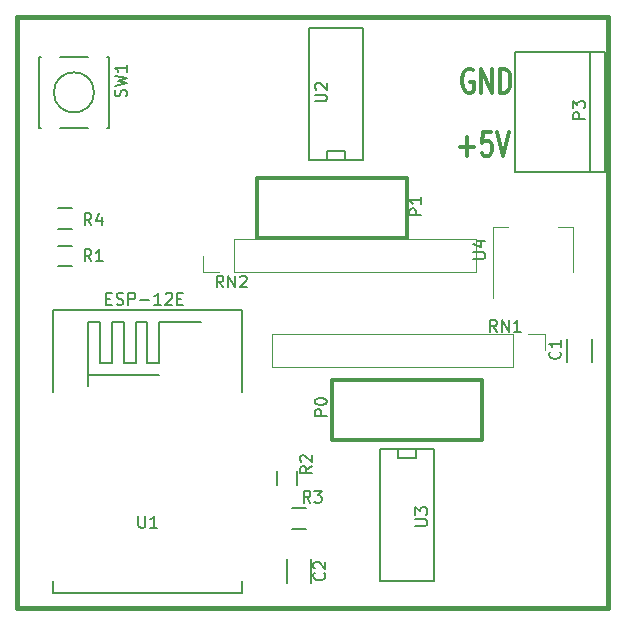
<source format=gto>
G04 #@! TF.GenerationSoftware,KiCad,Pcbnew,5.0.0-fee4fd1~66~ubuntu16.04.1*
G04 #@! TF.CreationDate,2018-09-27T11:54:36+02:00*
G04 #@! TF.ProjectId,IN16_optoToESP8266,494E31365F6F70746F546F4553503832,rev?*
G04 #@! TF.SameCoordinates,Original*
G04 #@! TF.FileFunction,Legend,Top*
G04 #@! TF.FilePolarity,Positive*
%FSLAX46Y46*%
G04 Gerber Fmt 4.6, Leading zero omitted, Abs format (unit mm)*
G04 Created by KiCad (PCBNEW 5.0.0-fee4fd1~66~ubuntu16.04.1) date Thu Sep 27 11:54:36 2018*
%MOMM*%
%LPD*%
G01*
G04 APERTURE LIST*
%ADD10C,0.381000*%
%ADD11C,0.304800*%
%ADD12C,0.150000*%
%ADD13C,0.120000*%
%ADD14C,0.203200*%
G04 APERTURE END LIST*
D10*
X134000000Y-98000000D02*
X184000000Y-98000000D01*
D11*
X172574857Y-52451000D02*
X172429714Y-52354238D01*
X172212000Y-52354238D01*
X171994285Y-52451000D01*
X171849142Y-52644523D01*
X171776571Y-52838047D01*
X171704000Y-53225095D01*
X171704000Y-53515380D01*
X171776571Y-53902428D01*
X171849142Y-54095952D01*
X171994285Y-54289476D01*
X172212000Y-54386238D01*
X172357142Y-54386238D01*
X172574857Y-54289476D01*
X172647428Y-54192714D01*
X172647428Y-53515380D01*
X172357142Y-53515380D01*
X173300571Y-54386238D02*
X173300571Y-52354238D01*
X174171428Y-54386238D01*
X174171428Y-52354238D01*
X174897142Y-54386238D02*
X174897142Y-52354238D01*
X175260000Y-52354238D01*
X175477714Y-52451000D01*
X175622857Y-52644523D01*
X175695428Y-52838047D01*
X175768000Y-53225095D01*
X175768000Y-53515380D01*
X175695428Y-53902428D01*
X175622857Y-54095952D01*
X175477714Y-54289476D01*
X175260000Y-54386238D01*
X174897142Y-54386238D01*
X171522571Y-58946142D02*
X172683714Y-58946142D01*
X172103142Y-59720238D02*
X172103142Y-58172047D01*
X174135142Y-57688238D02*
X173409428Y-57688238D01*
X173336857Y-58655857D01*
X173409428Y-58559095D01*
X173554571Y-58462333D01*
X173917428Y-58462333D01*
X174062571Y-58559095D01*
X174135142Y-58655857D01*
X174207714Y-58849380D01*
X174207714Y-59333190D01*
X174135142Y-59526714D01*
X174062571Y-59623476D01*
X173917428Y-59720238D01*
X173554571Y-59720238D01*
X173409428Y-59623476D01*
X173336857Y-59526714D01*
X174643142Y-57688238D02*
X175151142Y-59720238D01*
X175659142Y-57688238D01*
D10*
X134000000Y-48000000D02*
X134000000Y-98000000D01*
X184000000Y-48000000D02*
X134000000Y-48000000D01*
X184000000Y-98000000D02*
X184000000Y-48000000D01*
D11*
G04 #@! TO.C,P1*
X154305000Y-61595000D02*
X167005000Y-61595000D01*
X167005000Y-61595000D02*
X167005000Y-66675000D01*
X167005000Y-66675000D02*
X154305000Y-66675000D01*
X154305000Y-66675000D02*
X154305000Y-61595000D01*
G04 #@! TO.C,P0*
X173355000Y-83820000D02*
X160655000Y-83820000D01*
X160655000Y-83820000D02*
X160655000Y-78740000D01*
X160655000Y-78740000D02*
X173355000Y-78740000D01*
X173355000Y-78740000D02*
X173355000Y-83820000D01*
D12*
G04 #@! TO.C,P3*
X182540000Y-50920000D02*
X182540000Y-61080000D01*
X183810000Y-50920000D02*
X176190000Y-50920000D01*
X176190000Y-50920000D02*
X176190000Y-61080000D01*
X176190000Y-61080000D02*
X183810000Y-61080000D01*
X183810000Y-61080000D02*
X183810000Y-50920000D01*
D13*
G04 #@! TO.C,U4*
X181083000Y-65781000D02*
X179823000Y-65781000D01*
X174263000Y-65781000D02*
X175523000Y-65781000D01*
X181083000Y-69541000D02*
X181083000Y-65781000D01*
X174263000Y-71791000D02*
X174263000Y-65781000D01*
D12*
G04 #@! TO.C,C1*
X182685000Y-75200000D02*
X182685000Y-77200000D01*
X180535000Y-77200000D02*
X180535000Y-75200000D01*
G04 #@! TO.C,U2*
X160274000Y-60071000D02*
X160274000Y-59309000D01*
X160274000Y-59309000D02*
X161798000Y-59309000D01*
X161798000Y-59309000D02*
X161798000Y-60071000D01*
X158750000Y-48895000D02*
X163322000Y-48895000D01*
X163322000Y-48895000D02*
X163322000Y-60071000D01*
X163322000Y-60071000D02*
X158750000Y-60071000D01*
X158750000Y-60071000D02*
X158750000Y-48895000D01*
G04 #@! TO.C,U3*
X167767000Y-84582000D02*
X167767000Y-85344000D01*
X167767000Y-85344000D02*
X166243000Y-85344000D01*
X166243000Y-85344000D02*
X166243000Y-84582000D01*
X169291000Y-95758000D02*
X164719000Y-95758000D01*
X164719000Y-95758000D02*
X164719000Y-84582000D01*
X164719000Y-84582000D02*
X169291000Y-84582000D01*
X169291000Y-84582000D02*
X169291000Y-95758000D01*
D13*
G04 #@! TO.C,RN1*
X176022000Y-74810000D02*
X155582000Y-74810000D01*
X155582000Y-74810000D02*
X155582000Y-77590000D01*
X155582000Y-77590000D02*
X176022000Y-77590000D01*
X176022000Y-77590000D02*
X176022000Y-74810000D01*
X177292000Y-74810000D02*
X178682000Y-74810000D01*
X178682000Y-74810000D02*
X178682000Y-76200000D01*
G04 #@! TO.C,RN2*
X152400000Y-69589000D02*
X172840000Y-69589000D01*
X172840000Y-69589000D02*
X172840000Y-66809000D01*
X172840000Y-66809000D02*
X152400000Y-66809000D01*
X152400000Y-66809000D02*
X152400000Y-69589000D01*
X151130000Y-69589000D02*
X149740000Y-69589000D01*
X149740000Y-69589000D02*
X149740000Y-68199000D01*
D12*
G04 #@! TO.C,U1*
X140034000Y-78257000D02*
X146034000Y-78257000D01*
X140034000Y-79257000D02*
X140034000Y-73757000D01*
X140034000Y-73757000D02*
X141034000Y-73757000D01*
X141034000Y-73757000D02*
X141034000Y-77257000D01*
X141034000Y-77257000D02*
X142034000Y-77257000D01*
X142034000Y-77257000D02*
X142034000Y-73757000D01*
X142034000Y-73757000D02*
X143034000Y-73757000D01*
X143034000Y-73757000D02*
X143034000Y-77257000D01*
X143034000Y-77257000D02*
X144034000Y-77257000D01*
X144034000Y-77257000D02*
X144034000Y-73757000D01*
X144034000Y-73757000D02*
X145034000Y-73757000D01*
X145034000Y-73757000D02*
X145034000Y-77257000D01*
X145034000Y-77257000D02*
X146034000Y-77257000D01*
X146034000Y-77257000D02*
X146034000Y-73757000D01*
X146034000Y-73757000D02*
X149534000Y-73757000D01*
X137034000Y-79757000D02*
X137034000Y-72757000D01*
X137034000Y-72757000D02*
X153034000Y-72757000D01*
X153034000Y-72757000D02*
X153034000Y-79757000D01*
X137034000Y-95757000D02*
X137034000Y-96757000D01*
X137034000Y-96757000D02*
X153034000Y-96757000D01*
X153034000Y-96757000D02*
X153034000Y-95757000D01*
G04 #@! TO.C,R1*
X138649000Y-69074000D02*
X137449000Y-69074000D01*
X137449000Y-67324000D02*
X138649000Y-67324000D01*
G04 #@! TO.C,R2*
X155970000Y-87595000D02*
X155970000Y-86395000D01*
X157720000Y-86395000D02*
X157720000Y-87595000D01*
G04 #@! TO.C,R3*
X158461000Y-91299000D02*
X157261000Y-91299000D01*
X157261000Y-89549000D02*
X158461000Y-89549000D01*
G04 #@! TO.C,C2*
X156836000Y-93869000D02*
X156836000Y-95869000D01*
X158886000Y-95869000D02*
X158886000Y-93869000D01*
G04 #@! TO.C,R4*
X138649000Y-65899000D02*
X137449000Y-65899000D01*
X137449000Y-64149000D02*
X138649000Y-64149000D01*
G04 #@! TO.C,SW1*
X141811000Y-57356000D02*
X141611000Y-57356000D01*
X135811000Y-57356000D02*
X136011000Y-57356000D01*
X135811000Y-51356000D02*
X136011000Y-51356000D01*
X141811000Y-51356000D02*
X141611000Y-51356000D01*
X140011000Y-51356000D02*
X137611000Y-51356000D01*
X140011000Y-57356000D02*
X137611000Y-57356000D01*
X141811000Y-57356000D02*
X141811000Y-51356000D01*
X135811000Y-51356000D02*
X135811000Y-57356000D01*
X140511000Y-54356000D02*
G75*
G03X140511000Y-54356000I-1700000J0D01*
G01*
G04 #@! TD*
G04 #@! TO.C,P1*
D14*
X168226619Y-64757904D02*
X167210619Y-64757904D01*
X167210619Y-64370857D01*
X167259000Y-64274095D01*
X167307380Y-64225714D01*
X167404142Y-64177333D01*
X167549285Y-64177333D01*
X167646047Y-64225714D01*
X167694428Y-64274095D01*
X167742809Y-64370857D01*
X167742809Y-64757904D01*
X168226619Y-63209714D02*
X168226619Y-63790285D01*
X168226619Y-63500000D02*
X167210619Y-63500000D01*
X167355761Y-63596761D01*
X167452523Y-63693523D01*
X167500904Y-63790285D01*
G04 #@! TO.C,P0*
X160225619Y-81775904D02*
X159209619Y-81775904D01*
X159209619Y-81388857D01*
X159258000Y-81292095D01*
X159306380Y-81243714D01*
X159403142Y-81195333D01*
X159548285Y-81195333D01*
X159645047Y-81243714D01*
X159693428Y-81292095D01*
X159741809Y-81388857D01*
X159741809Y-81775904D01*
X159209619Y-80566380D02*
X159209619Y-80469619D01*
X159258000Y-80372857D01*
X159306380Y-80324476D01*
X159403142Y-80276095D01*
X159596666Y-80227714D01*
X159838571Y-80227714D01*
X160032095Y-80276095D01*
X160128857Y-80324476D01*
X160177238Y-80372857D01*
X160225619Y-80469619D01*
X160225619Y-80566380D01*
X160177238Y-80663142D01*
X160128857Y-80711523D01*
X160032095Y-80759904D01*
X159838571Y-80808285D01*
X159596666Y-80808285D01*
X159403142Y-80759904D01*
X159306380Y-80711523D01*
X159258000Y-80663142D01*
X159209619Y-80566380D01*
G04 #@! TO.C,P3*
D12*
X182062380Y-56618095D02*
X181062380Y-56618095D01*
X181062380Y-56237142D01*
X181110000Y-56141904D01*
X181157619Y-56094285D01*
X181252857Y-56046666D01*
X181395714Y-56046666D01*
X181490952Y-56094285D01*
X181538571Y-56141904D01*
X181586190Y-56237142D01*
X181586190Y-56618095D01*
X181062380Y-55713333D02*
X181062380Y-55094285D01*
X181443333Y-55427619D01*
X181443333Y-55284761D01*
X181490952Y-55189523D01*
X181538571Y-55141904D01*
X181633809Y-55094285D01*
X181871904Y-55094285D01*
X181967142Y-55141904D01*
X182014761Y-55189523D01*
X182062380Y-55284761D01*
X182062380Y-55570476D01*
X182014761Y-55665714D01*
X181967142Y-55713333D01*
G04 #@! TO.C,U4*
X172625380Y-68452904D02*
X173434904Y-68452904D01*
X173530142Y-68405285D01*
X173577761Y-68357666D01*
X173625380Y-68262428D01*
X173625380Y-68071952D01*
X173577761Y-67976714D01*
X173530142Y-67929095D01*
X173434904Y-67881476D01*
X172625380Y-67881476D01*
X172958714Y-66976714D02*
X173625380Y-66976714D01*
X172577761Y-67214809D02*
X173292047Y-67452904D01*
X173292047Y-66833857D01*
G04 #@! TO.C,C1*
X179935142Y-76303166D02*
X179982761Y-76350785D01*
X180030380Y-76493642D01*
X180030380Y-76588880D01*
X179982761Y-76731738D01*
X179887523Y-76826976D01*
X179792285Y-76874595D01*
X179601809Y-76922214D01*
X179458952Y-76922214D01*
X179268476Y-76874595D01*
X179173238Y-76826976D01*
X179078000Y-76731738D01*
X179030380Y-76588880D01*
X179030380Y-76493642D01*
X179078000Y-76350785D01*
X179125619Y-76303166D01*
X180030380Y-75350785D02*
X180030380Y-75922214D01*
X180030380Y-75636500D02*
X179030380Y-75636500D01*
X179173238Y-75731738D01*
X179268476Y-75826976D01*
X179316095Y-75922214D01*
G04 #@! TO.C,U2*
X159218380Y-55117904D02*
X160027904Y-55117904D01*
X160123142Y-55070285D01*
X160170761Y-55022666D01*
X160218380Y-54927428D01*
X160218380Y-54736952D01*
X160170761Y-54641714D01*
X160123142Y-54594095D01*
X160027904Y-54546476D01*
X159218380Y-54546476D01*
X159313619Y-54117904D02*
X159266000Y-54070285D01*
X159218380Y-53975047D01*
X159218380Y-53736952D01*
X159266000Y-53641714D01*
X159313619Y-53594095D01*
X159408857Y-53546476D01*
X159504095Y-53546476D01*
X159646952Y-53594095D01*
X160218380Y-54165523D01*
X160218380Y-53546476D01*
G04 #@! TO.C,U3*
X167727380Y-91058904D02*
X168536904Y-91058904D01*
X168632142Y-91011285D01*
X168679761Y-90963666D01*
X168727380Y-90868428D01*
X168727380Y-90677952D01*
X168679761Y-90582714D01*
X168632142Y-90535095D01*
X168536904Y-90487476D01*
X167727380Y-90487476D01*
X167727380Y-90106523D02*
X167727380Y-89487476D01*
X168108333Y-89820809D01*
X168108333Y-89677952D01*
X168155952Y-89582714D01*
X168203571Y-89535095D01*
X168298809Y-89487476D01*
X168536904Y-89487476D01*
X168632142Y-89535095D01*
X168679761Y-89582714D01*
X168727380Y-89677952D01*
X168727380Y-89963666D01*
X168679761Y-90058904D01*
X168632142Y-90106523D01*
G04 #@! TO.C,RN1*
X174633023Y-74620380D02*
X174299690Y-74144190D01*
X174061595Y-74620380D02*
X174061595Y-73620380D01*
X174442547Y-73620380D01*
X174537785Y-73668000D01*
X174585404Y-73715619D01*
X174633023Y-73810857D01*
X174633023Y-73953714D01*
X174585404Y-74048952D01*
X174537785Y-74096571D01*
X174442547Y-74144190D01*
X174061595Y-74144190D01*
X175061595Y-74620380D02*
X175061595Y-73620380D01*
X175633023Y-74620380D01*
X175633023Y-73620380D01*
X176633023Y-74620380D02*
X176061595Y-74620380D01*
X176347309Y-74620380D02*
X176347309Y-73620380D01*
X176252071Y-73763238D01*
X176156833Y-73858476D01*
X176061595Y-73906095D01*
G04 #@! TO.C,RN2*
X151455523Y-70873880D02*
X151122190Y-70397690D01*
X150884095Y-70873880D02*
X150884095Y-69873880D01*
X151265047Y-69873880D01*
X151360285Y-69921500D01*
X151407904Y-69969119D01*
X151455523Y-70064357D01*
X151455523Y-70207214D01*
X151407904Y-70302452D01*
X151360285Y-70350071D01*
X151265047Y-70397690D01*
X150884095Y-70397690D01*
X151884095Y-70873880D02*
X151884095Y-69873880D01*
X152455523Y-70873880D01*
X152455523Y-69873880D01*
X152884095Y-69969119D02*
X152931714Y-69921500D01*
X153026952Y-69873880D01*
X153265047Y-69873880D01*
X153360285Y-69921500D01*
X153407904Y-69969119D01*
X153455523Y-70064357D01*
X153455523Y-70159595D01*
X153407904Y-70302452D01*
X152836476Y-70873880D01*
X153455523Y-70873880D01*
G04 #@! TO.C,U1*
X144272095Y-90209380D02*
X144272095Y-91018904D01*
X144319714Y-91114142D01*
X144367333Y-91161761D01*
X144462571Y-91209380D01*
X144653047Y-91209380D01*
X144748285Y-91161761D01*
X144795904Y-91114142D01*
X144843523Y-91018904D01*
X144843523Y-90209380D01*
X145843523Y-91209380D02*
X145272095Y-91209380D01*
X145557809Y-91209380D02*
X145557809Y-90209380D01*
X145462571Y-90352238D01*
X145367333Y-90447476D01*
X145272095Y-90495095D01*
X141565714Y-71810571D02*
X141899047Y-71810571D01*
X142041904Y-72334380D02*
X141565714Y-72334380D01*
X141565714Y-71334380D01*
X142041904Y-71334380D01*
X142422857Y-72286761D02*
X142565714Y-72334380D01*
X142803809Y-72334380D01*
X142899047Y-72286761D01*
X142946666Y-72239142D01*
X142994285Y-72143904D01*
X142994285Y-72048666D01*
X142946666Y-71953428D01*
X142899047Y-71905809D01*
X142803809Y-71858190D01*
X142613333Y-71810571D01*
X142518095Y-71762952D01*
X142470476Y-71715333D01*
X142422857Y-71620095D01*
X142422857Y-71524857D01*
X142470476Y-71429619D01*
X142518095Y-71382000D01*
X142613333Y-71334380D01*
X142851428Y-71334380D01*
X142994285Y-71382000D01*
X143422857Y-72334380D02*
X143422857Y-71334380D01*
X143803809Y-71334380D01*
X143899047Y-71382000D01*
X143946666Y-71429619D01*
X143994285Y-71524857D01*
X143994285Y-71667714D01*
X143946666Y-71762952D01*
X143899047Y-71810571D01*
X143803809Y-71858190D01*
X143422857Y-71858190D01*
X144422857Y-71953428D02*
X145184761Y-71953428D01*
X146184761Y-72334380D02*
X145613333Y-72334380D01*
X145899047Y-72334380D02*
X145899047Y-71334380D01*
X145803809Y-71477238D01*
X145708571Y-71572476D01*
X145613333Y-71620095D01*
X146565714Y-71429619D02*
X146613333Y-71382000D01*
X146708571Y-71334380D01*
X146946666Y-71334380D01*
X147041904Y-71382000D01*
X147089523Y-71429619D01*
X147137142Y-71524857D01*
X147137142Y-71620095D01*
X147089523Y-71762952D01*
X146518095Y-72334380D01*
X147137142Y-72334380D01*
X147565714Y-71810571D02*
X147899047Y-71810571D01*
X148041904Y-72334380D02*
X147565714Y-72334380D01*
X147565714Y-71334380D01*
X148041904Y-71334380D01*
G04 #@! TO.C,R1*
X140295333Y-68651380D02*
X139962000Y-68175190D01*
X139723904Y-68651380D02*
X139723904Y-67651380D01*
X140104857Y-67651380D01*
X140200095Y-67699000D01*
X140247714Y-67746619D01*
X140295333Y-67841857D01*
X140295333Y-67984714D01*
X140247714Y-68079952D01*
X140200095Y-68127571D01*
X140104857Y-68175190D01*
X139723904Y-68175190D01*
X141247714Y-68651380D02*
X140676285Y-68651380D01*
X140962000Y-68651380D02*
X140962000Y-67651380D01*
X140866761Y-67794238D01*
X140771523Y-67889476D01*
X140676285Y-67937095D01*
G04 #@! TO.C,R2*
X158948380Y-86018666D02*
X158472190Y-86352000D01*
X158948380Y-86590095D02*
X157948380Y-86590095D01*
X157948380Y-86209142D01*
X157996000Y-86113904D01*
X158043619Y-86066285D01*
X158138857Y-86018666D01*
X158281714Y-86018666D01*
X158376952Y-86066285D01*
X158424571Y-86113904D01*
X158472190Y-86209142D01*
X158472190Y-86590095D01*
X158043619Y-85637714D02*
X157996000Y-85590095D01*
X157948380Y-85494857D01*
X157948380Y-85256761D01*
X157996000Y-85161523D01*
X158043619Y-85113904D01*
X158138857Y-85066285D01*
X158234095Y-85066285D01*
X158376952Y-85113904D01*
X158948380Y-85685333D01*
X158948380Y-85066285D01*
G04 #@! TO.C,R3*
X158837333Y-89098380D02*
X158504000Y-88622190D01*
X158265904Y-89098380D02*
X158265904Y-88098380D01*
X158646857Y-88098380D01*
X158742095Y-88146000D01*
X158789714Y-88193619D01*
X158837333Y-88288857D01*
X158837333Y-88431714D01*
X158789714Y-88526952D01*
X158742095Y-88574571D01*
X158646857Y-88622190D01*
X158265904Y-88622190D01*
X159170666Y-88098380D02*
X159789714Y-88098380D01*
X159456380Y-88479333D01*
X159599238Y-88479333D01*
X159694476Y-88526952D01*
X159742095Y-88574571D01*
X159789714Y-88669809D01*
X159789714Y-88907904D01*
X159742095Y-89003142D01*
X159694476Y-89050761D01*
X159599238Y-89098380D01*
X159313523Y-89098380D01*
X159218285Y-89050761D01*
X159170666Y-89003142D01*
G04 #@! TO.C,C2*
X159996142Y-95035666D02*
X160043761Y-95083285D01*
X160091380Y-95226142D01*
X160091380Y-95321380D01*
X160043761Y-95464238D01*
X159948523Y-95559476D01*
X159853285Y-95607095D01*
X159662809Y-95654714D01*
X159519952Y-95654714D01*
X159329476Y-95607095D01*
X159234238Y-95559476D01*
X159139000Y-95464238D01*
X159091380Y-95321380D01*
X159091380Y-95226142D01*
X159139000Y-95083285D01*
X159186619Y-95035666D01*
X159186619Y-94654714D02*
X159139000Y-94607095D01*
X159091380Y-94511857D01*
X159091380Y-94273761D01*
X159139000Y-94178523D01*
X159186619Y-94130904D01*
X159281857Y-94083285D01*
X159377095Y-94083285D01*
X159519952Y-94130904D01*
X160091380Y-94702333D01*
X160091380Y-94083285D01*
G04 #@! TO.C,R4*
X140295333Y-65603380D02*
X139962000Y-65127190D01*
X139723904Y-65603380D02*
X139723904Y-64603380D01*
X140104857Y-64603380D01*
X140200095Y-64651000D01*
X140247714Y-64698619D01*
X140295333Y-64793857D01*
X140295333Y-64936714D01*
X140247714Y-65031952D01*
X140200095Y-65079571D01*
X140104857Y-65127190D01*
X139723904Y-65127190D01*
X141152476Y-64936714D02*
X141152476Y-65603380D01*
X140914380Y-64555761D02*
X140676285Y-65270047D01*
X141295333Y-65270047D01*
G04 #@! TO.C,SW1*
X143215761Y-54689333D02*
X143263380Y-54546476D01*
X143263380Y-54308380D01*
X143215761Y-54213142D01*
X143168142Y-54165523D01*
X143072904Y-54117904D01*
X142977666Y-54117904D01*
X142882428Y-54165523D01*
X142834809Y-54213142D01*
X142787190Y-54308380D01*
X142739571Y-54498857D01*
X142691952Y-54594095D01*
X142644333Y-54641714D01*
X142549095Y-54689333D01*
X142453857Y-54689333D01*
X142358619Y-54641714D01*
X142311000Y-54594095D01*
X142263380Y-54498857D01*
X142263380Y-54260761D01*
X142311000Y-54117904D01*
X142263380Y-53784571D02*
X143263380Y-53546476D01*
X142549095Y-53356000D01*
X143263380Y-53165523D01*
X142263380Y-52927428D01*
X143263380Y-52022666D02*
X143263380Y-52594095D01*
X143263380Y-52308380D02*
X142263380Y-52308380D01*
X142406238Y-52403619D01*
X142501476Y-52498857D01*
X142549095Y-52594095D01*
G04 #@! TD*
M02*

</source>
